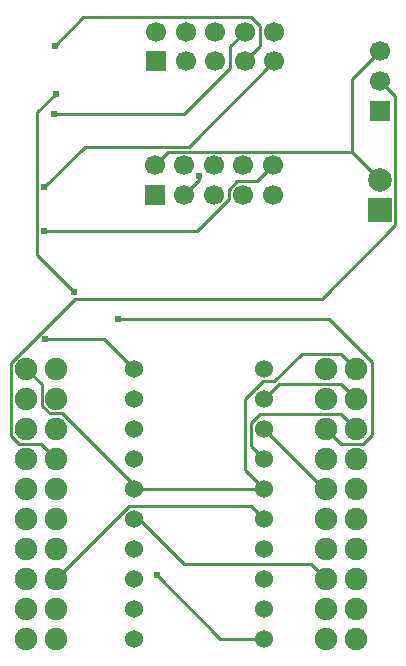
<source format=gbl>
G04 Layer: BottomLayer*
G04 EasyEDA v6.5.51, 2025-10-02 22:01:21*
G04 208e135f75f84b069e33606ea1abe5ef,5c351882480b49209f9ebacf817cb454,10*
G04 Gerber Generator version 0.2*
G04 Scale: 100 percent, Rotated: No, Reflected: No *
G04 Dimensions in millimeters *
G04 leading zeros omitted , absolute positions ,4 integer and 5 decimal *
%FSLAX45Y45*%
%MOMM*%

%ADD10C,0.2540*%
%ADD11C,1.9000*%
%ADD12R,1.7000X1.7000*%
%ADD13C,1.7000*%
%ADD14C,1.5240*%
%ADD15R,2.0000X2.0000*%
%ADD16R,0.0134X2.0000*%
%ADD17C,2.0000*%
%ADD18R,1.7000X1.8000*%
%ADD19C,0.6096*%

%LPD*%
D10*
X3708402Y3111500D02*
G01*
X3581402Y3238500D01*
X2505991Y3238500D01*
X2124991Y3619500D01*
X2078890Y3619500D01*
X3255901Y6614693D02*
G01*
X3118995Y6477787D01*
X2952600Y6477787D01*
X2880921Y6406108D01*
X2880921Y6326378D01*
X2614500Y6059957D01*
X1320802Y6059957D01*
X3268601Y7495006D02*
G01*
X2545006Y6771411D01*
X1661568Y6771411D01*
X1320802Y6430645D01*
X3018614Y7744993D02*
G01*
X2893621Y7620000D01*
X2893621Y7437678D01*
X2506068Y7050125D01*
X1406603Y7050125D01*
X1575589Y5537276D02*
G01*
X1261036Y5851829D01*
X1261036Y7064298D01*
X1415798Y7219061D01*
X3018614Y7495006D02*
G01*
X3143608Y7620000D01*
X3143608Y7792161D01*
X3069567Y7866202D01*
X1650011Y7866202D01*
X1408635Y7624826D01*
X2078890Y4889500D02*
G01*
X1826567Y5141823D01*
X1330683Y5141823D01*
X2271016Y3143250D02*
G01*
X2810766Y2603500D01*
X3178888Y2603500D01*
X3708402Y4381500D02*
G01*
X3835402Y4254500D01*
X4022981Y4254500D01*
X4099156Y4330674D01*
X4099156Y4944033D01*
X3728392Y5314797D01*
X1948207Y5314797D01*
X3178863Y3619500D02*
G01*
X3067738Y3730625D01*
X2041527Y3730625D01*
X1422402Y3111500D01*
X1422402Y4127500D02*
G01*
X1295402Y4254500D01*
X1107823Y4254500D01*
X1040386Y4321937D01*
X1040386Y4935550D01*
X1583565Y5478729D01*
X3668346Y5478729D01*
X4293923Y6104305D01*
X4293923Y7199579D01*
X4165602Y7327900D01*
X3962402Y4889500D02*
G01*
X3832913Y5018989D01*
X3500630Y5018989D01*
X3266848Y4785207D01*
X3168677Y4785207D01*
X3019452Y4635982D01*
X3019452Y4032910D01*
X3178863Y3873500D01*
X2078890Y3873500D02*
G01*
X2078890Y3907332D01*
X1473812Y4512411D01*
X1366065Y4512411D01*
X1299314Y4579162D01*
X1299314Y4758588D01*
X1168402Y4889500D01*
X2078890Y3873500D02*
G01*
X3178863Y3873500D01*
X3927528Y6727774D02*
G01*
X4165602Y6489700D01*
X2255903Y6614693D02*
G01*
X2368984Y6727774D01*
X3927528Y6727774D01*
X3927528Y6727774D02*
G01*
X3927528Y7343825D01*
X4165602Y7581900D01*
X3178863Y4381500D02*
G01*
X3686863Y3873500D01*
X3708402Y3873500D01*
X3178863Y4635500D02*
G01*
X3305863Y4762500D01*
X3835402Y4762500D01*
X3962402Y4635500D01*
X3178863Y4127500D02*
G01*
X3068728Y4237634D01*
X3068728Y4434001D01*
X3143227Y4508500D01*
X3835402Y4508500D01*
X3962402Y4381500D01*
X2505915Y6364706D02*
G01*
X2628902Y6487693D01*
X2628902Y6523837D01*
D11*
G01*
X1168400Y2603500D03*
G01*
X1422400Y2603500D03*
G01*
X1168400Y2857500D03*
G01*
X1422400Y2857500D03*
G01*
X1168400Y3111500D03*
G01*
X1422400Y3111500D03*
G01*
X1168400Y3365500D03*
G01*
X1422400Y3365500D03*
G01*
X1168400Y3619500D03*
G01*
X1422400Y3619500D03*
G01*
X1168400Y3873500D03*
G01*
X1422400Y3873500D03*
G01*
X1168400Y4127500D03*
G01*
X1422400Y4127500D03*
G01*
X1168400Y4381500D03*
G01*
X1422400Y4381500D03*
G01*
X1168400Y4635500D03*
G01*
X1422400Y4635500D03*
G01*
X1168400Y4889500D03*
G01*
X1422400Y4889500D03*
G01*
X3962400Y2603500D03*
G01*
X3708400Y2603500D03*
G01*
X3708400Y2857500D03*
G01*
X3708400Y3111500D03*
G01*
X3708400Y3365500D03*
G01*
X3708400Y3619500D03*
G01*
X3708400Y3873500D03*
G01*
X3708400Y4127500D03*
G01*
X3708400Y4381500D03*
G01*
X3708400Y4635500D03*
G01*
X3708400Y4889500D03*
G01*
X3962400Y4889500D03*
G01*
X3962400Y4635500D03*
G01*
X3962400Y4381500D03*
G01*
X3962400Y4127500D03*
G01*
X3962400Y3873500D03*
G01*
X3962400Y3619500D03*
G01*
X3962400Y3365500D03*
G01*
X3962400Y3111500D03*
G01*
X3962400Y2857500D03*
D12*
G01*
X4165600Y7073900D03*
D13*
G01*
X4165600Y7327900D03*
G01*
X4165600Y7581900D03*
D14*
G01*
X3178911Y2603500D03*
G01*
X3178886Y2857500D03*
G01*
X3178886Y3111500D03*
G01*
X3178886Y3365500D03*
G01*
X3178886Y3619500D03*
G01*
X3178886Y3873500D03*
G01*
X3178886Y4127500D03*
G01*
X3178886Y4381500D03*
G01*
X3178886Y4635500D03*
G01*
X3178886Y4889500D03*
G01*
X2078888Y2603500D03*
G01*
X2078888Y2857500D03*
G01*
X2078888Y3111500D03*
G01*
X2078888Y3365500D03*
G01*
X2078888Y3619500D03*
G01*
X2078888Y3873500D03*
G01*
X2078888Y4127500D03*
G01*
X2078888Y4381500D03*
G01*
X2078888Y4635500D03*
G01*
X2078888Y4889500D03*
D15*
G01*
X4165600Y6235700D03*
D17*
G01*
X4165600Y6489700D03*
D13*
G01*
X2268600Y7744993D03*
G01*
X2518613Y7495006D03*
G01*
X2518613Y7744993D03*
G01*
X2768600Y7495006D03*
G01*
X2768600Y7744993D03*
G01*
X3018612Y7495006D03*
G01*
X3018612Y7744993D03*
G01*
X3268599Y7495006D03*
G01*
X3268599Y7744993D03*
D18*
G01*
X2268600Y7495006D03*
D13*
G01*
X2255900Y6614693D03*
G01*
X2505913Y6364706D03*
G01*
X2505913Y6614693D03*
G01*
X2755900Y6364706D03*
G01*
X2755900Y6614693D03*
G01*
X3005912Y6364706D03*
G01*
X3005912Y6614693D03*
G01*
X3255899Y6364706D03*
G01*
X3255899Y6614693D03*
D18*
G01*
X2255900Y6364706D03*
D19*
G01*
X1320800Y6059957D03*
G01*
X1320800Y6430645D03*
G01*
X1406601Y7050125D03*
G01*
X1415795Y7219061D03*
G01*
X1575587Y5537276D03*
G01*
X1408633Y7624826D03*
G01*
X1330680Y5141823D03*
G01*
X2271013Y3143250D03*
G01*
X1948205Y5314797D03*
G01*
X2628900Y6523837D03*
M02*

</source>
